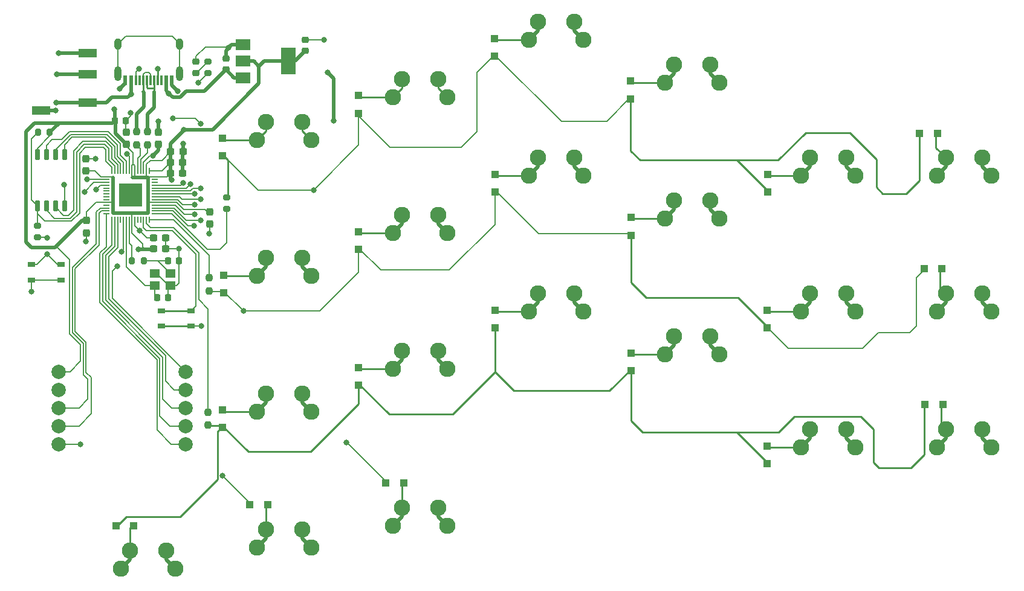
<source format=gbr>
%TF.GenerationSoftware,KiCad,Pcbnew,(6.0.4)*%
%TF.CreationDate,2022-05-02T18:01:09+08:00*%
%TF.ProjectId,RP2040 Board V1.0,52503230-3430-4204-926f-617264205631,rev?*%
%TF.SameCoordinates,Original*%
%TF.FileFunction,Copper,L1,Top*%
%TF.FilePolarity,Positive*%
%FSLAX46Y46*%
G04 Gerber Fmt 4.6, Leading zero omitted, Abs format (unit mm)*
G04 Created by KiCad (PCBNEW (6.0.4)) date 2022-05-02 18:01:09*
%MOMM*%
%LPD*%
G01*
G04 APERTURE LIST*
G04 Aperture macros list*
%AMRoundRect*
0 Rectangle with rounded corners*
0 $1 Rounding radius*
0 $2 $3 $4 $5 $6 $7 $8 $9 X,Y pos of 4 corners*
0 Add a 4 corners polygon primitive as box body*
4,1,4,$2,$3,$4,$5,$6,$7,$8,$9,$2,$3,0*
0 Add four circle primitives for the rounded corners*
1,1,$1+$1,$2,$3*
1,1,$1+$1,$4,$5*
1,1,$1+$1,$6,$7*
1,1,$1+$1,$8,$9*
0 Add four rect primitives between the rounded corners*
20,1,$1+$1,$2,$3,$4,$5,0*
20,1,$1+$1,$4,$5,$6,$7,0*
20,1,$1+$1,$6,$7,$8,$9,0*
20,1,$1+$1,$8,$9,$2,$3,0*%
G04 Aperture macros list end*
%TA.AperFunction,SMDPad,CuDef*%
%ADD10R,1.000000X1.000000*%
%TD*%
%TA.AperFunction,SMDPad,CuDef*%
%ADD11RoundRect,0.225000X-0.225000X-0.250000X0.225000X-0.250000X0.225000X0.250000X-0.225000X0.250000X0*%
%TD*%
%TA.AperFunction,SMDPad,CuDef*%
%ADD12R,0.812800X0.177800*%
%TD*%
%TA.AperFunction,SMDPad,CuDef*%
%ADD13R,0.177800X0.812800*%
%TD*%
%TA.AperFunction,SMDPad,CuDef*%
%ADD14R,3.200400X3.200400*%
%TD*%
%TA.AperFunction,ComponentPad*%
%ADD15C,2.286000*%
%TD*%
%TA.AperFunction,SMDPad,CuDef*%
%ADD16RoundRect,0.200000X-0.275000X0.200000X-0.275000X-0.200000X0.275000X-0.200000X0.275000X0.200000X0*%
%TD*%
%TA.AperFunction,SMDPad,CuDef*%
%ADD17RoundRect,0.237500X0.237500X-0.250000X0.237500X0.250000X-0.237500X0.250000X-0.237500X-0.250000X0*%
%TD*%
%TA.AperFunction,SMDPad,CuDef*%
%ADD18RoundRect,0.200000X-0.200000X-0.275000X0.200000X-0.275000X0.200000X0.275000X-0.200000X0.275000X0*%
%TD*%
%TA.AperFunction,SMDPad,CuDef*%
%ADD19RoundRect,0.237500X-0.237500X0.250000X-0.237500X-0.250000X0.237500X-0.250000X0.237500X0.250000X0*%
%TD*%
%TA.AperFunction,ComponentPad*%
%ADD20C,2.000000*%
%TD*%
%TA.AperFunction,SMDPad,CuDef*%
%ADD21RoundRect,0.237500X-0.237500X0.300000X-0.237500X-0.300000X0.237500X-0.300000X0.237500X0.300000X0*%
%TD*%
%TA.AperFunction,SMDPad,CuDef*%
%ADD22RoundRect,0.218750X-0.256250X0.218750X-0.256250X-0.218750X0.256250X-0.218750X0.256250X0.218750X0*%
%TD*%
%TA.AperFunction,SMDPad,CuDef*%
%ADD23R,1.050000X0.650000*%
%TD*%
%TA.AperFunction,SMDPad,CuDef*%
%ADD24RoundRect,0.200000X0.275000X-0.200000X0.275000X0.200000X-0.275000X0.200000X-0.275000X-0.200000X0*%
%TD*%
%TA.AperFunction,SMDPad,CuDef*%
%ADD25RoundRect,0.237500X-0.300000X-0.237500X0.300000X-0.237500X0.300000X0.237500X-0.300000X0.237500X0*%
%TD*%
%TA.AperFunction,SMDPad,CuDef*%
%ADD26RoundRect,0.237500X0.237500X-0.300000X0.237500X0.300000X-0.237500X0.300000X-0.237500X-0.300000X0*%
%TD*%
%TA.AperFunction,SMDPad,CuDef*%
%ADD27R,1.400000X1.200000*%
%TD*%
%TA.AperFunction,SMDPad,CuDef*%
%ADD28RoundRect,0.225000X0.250000X-0.225000X0.250000X0.225000X-0.250000X0.225000X-0.250000X-0.225000X0*%
%TD*%
%TA.AperFunction,SMDPad,CuDef*%
%ADD29RoundRect,0.150000X0.150000X-0.650000X0.150000X0.650000X-0.150000X0.650000X-0.150000X-0.650000X0*%
%TD*%
%TA.AperFunction,SMDPad,CuDef*%
%ADD30R,2.000000X1.500000*%
%TD*%
%TA.AperFunction,SMDPad,CuDef*%
%ADD31R,2.000000X3.800000*%
%TD*%
%TA.AperFunction,SMDPad,CuDef*%
%ADD32R,2.500000X1.200000*%
%TD*%
%TA.AperFunction,SMDPad,CuDef*%
%ADD33R,0.600000X1.450000*%
%TD*%
%TA.AperFunction,SMDPad,CuDef*%
%ADD34R,0.300000X1.450000*%
%TD*%
%TA.AperFunction,ComponentPad*%
%ADD35O,1.000000X1.600000*%
%TD*%
%TA.AperFunction,ComponentPad*%
%ADD36O,1.000000X2.100000*%
%TD*%
%TA.AperFunction,ViaPad*%
%ADD37C,0.800000*%
%TD*%
%TA.AperFunction,Conductor*%
%ADD38C,0.500000*%
%TD*%
%TA.AperFunction,Conductor*%
%ADD39C,0.200000*%
%TD*%
%TA.AperFunction,Conductor*%
%ADD40C,0.250000*%
%TD*%
G04 APERTURE END LIST*
D10*
%TO.P,D2,1,K*%
%TO.N,Net-(D11-Pad1)*%
X28325000Y-146500000D03*
%TO.P,D2,2,A*%
%TO.N,Net-(D2-Pad2)*%
X30825000Y-146500000D03*
%TD*%
D11*
%TO.P,C3,1*%
%TO.N,+3V3*%
X28175000Y-89725000D03*
%TO.P,C3,2*%
%TO.N,GND*%
X29725000Y-89725000D03*
%TD*%
D12*
%TO.P,U3,1,IOVDD*%
%TO.N,+3V3*%
X26996400Y-97575000D03*
%TO.P,U3,2,GPIO0*%
%TO.N,LED*%
X26996400Y-97974999D03*
%TO.P,U3,3,GPIO1*%
%TO.N,Net-(U3-Pad3)*%
X26996400Y-98375001D03*
%TO.P,U3,4,GPIO2*%
%TO.N,Net-(J2-PadR2)*%
X26996400Y-98775000D03*
%TO.P,U3,5,GPIO3*%
%TO.N,unconnected-(U3-Pad5)*%
X26996400Y-99174999D03*
%TO.P,U3,6,GPIO4*%
%TO.N,unconnected-(U3-Pad6)*%
X26996400Y-99575001D03*
%TO.P,U3,7,GPIO5*%
%TO.N,unconnected-(U3-Pad7)*%
X26996400Y-99975000D03*
%TO.P,U3,8,GPIO6*%
%TO.N,unconnected-(U3-Pad8)*%
X26996400Y-100375000D03*
%TO.P,U3,9,GPIO7*%
%TO.N,unconnected-(U3-Pad9)*%
X26996400Y-100774999D03*
%TO.P,U3,10,IOVDD*%
%TO.N,+3V3*%
X26996400Y-101175001D03*
%TO.P,U3,11,GPIO8*%
%TO.N,unconnected-(U3-Pad11)*%
X26996400Y-101575000D03*
%TO.P,U3,12,GPIO9*%
%TO.N,Net-(J5-Pad3)*%
X26996400Y-101974999D03*
%TO.P,U3,13,GPIO10*%
%TO.N,Net-(J5-Pad4)*%
X26996400Y-102375001D03*
%TO.P,U3,14,GPIO11*%
%TO.N,Net-(J4-Pad5)*%
X26996400Y-102775000D03*
D13*
%TO.P,U3,15,GPIO12*%
%TO.N,Net-(J4-Pad4)*%
X27800000Y-103578600D03*
%TO.P,U3,16,GPIO13*%
%TO.N,Net-(J4-Pad3)*%
X28199999Y-103578600D03*
%TO.P,U3,17,GPIO14*%
%TO.N,Net-(J4-Pad2)*%
X28600001Y-103578600D03*
%TO.P,U3,18,GPIO15*%
%TO.N,unconnected-(U3-Pad18)*%
X29000000Y-103578600D03*
%TO.P,U3,19,TESTEN*%
%TO.N,GND*%
X29399999Y-103578600D03*
%TO.P,U3,20,XIN*%
%TO.N,Net-(C4-Pad1)*%
X29800001Y-103578600D03*
%TO.P,U3,21,XOUT*%
%TO.N,Net-(R6-Pad1)*%
X30200000Y-103578600D03*
%TO.P,U3,22,IOVDD*%
%TO.N,+3V3*%
X30600000Y-103578600D03*
%TO.P,U3,23,DVDD*%
%TO.N,+1V1*%
X30999999Y-103578600D03*
%TO.P,U3,24,SWCLK*%
%TO.N,unconnected-(U3-Pad24)*%
X31400001Y-103578600D03*
%TO.P,U3,25,SWD*%
%TO.N,unconnected-(U3-Pad25)*%
X31800000Y-103578600D03*
%TO.P,U3,26,RUN*%
%TO.N,Net-(SW2-Pad2)*%
X32199999Y-103578600D03*
%TO.P,U3,27,GPIO16*%
%TO.N,Row 0*%
X32600001Y-103578600D03*
%TO.P,U3,28,GPIO17*%
%TO.N,Row 1*%
X33000000Y-103578600D03*
D12*
%TO.P,U3,29,GPIO18*%
%TO.N,Row 2*%
X33803600Y-102775000D03*
%TO.P,U3,30,GPIO19*%
%TO.N,Col 0*%
X33803600Y-102375001D03*
%TO.P,U3,31,GPIO20*%
%TO.N,Col 1*%
X33803600Y-101974999D03*
%TO.P,U3,32,GPIO21*%
%TO.N,Col 2*%
X33803600Y-101575000D03*
%TO.P,U3,33,IOVDD*%
%TO.N,+3V3*%
X33803600Y-101175001D03*
%TO.P,U3,34,GPIO22*%
%TO.N,Col 3*%
X33803600Y-100774999D03*
%TO.P,U3,35,GPIO23*%
%TO.N,Col 4*%
X33803600Y-100375000D03*
%TO.P,U3,36,GPIO24*%
%TO.N,Col 5*%
X33803600Y-99975000D03*
%TO.P,U3,37,GPIO25*%
%TO.N,Col 6*%
X33803600Y-99575001D03*
%TO.P,U3,38,GPIO26_ADC0*%
%TO.N,Net-(J4-Pad1)*%
X33803600Y-99174999D03*
%TO.P,U3,39,GPIO27_ADC1*%
%TO.N,Net-(J5-Pad5)*%
X33803600Y-98775000D03*
%TO.P,U3,40,GPIO28_ADC2*%
%TO.N,unconnected-(U3-Pad40)*%
X33803600Y-98375001D03*
%TO.P,U3,41,GPIO29_ADC3*%
%TO.N,unconnected-(U3-Pad41)*%
X33803600Y-97974999D03*
%TO.P,U3,42,IOVDD*%
%TO.N,+3V3*%
X33803600Y-97575000D03*
D13*
%TO.P,U3,43,ADC_AVDD*%
X33000000Y-96771400D03*
%TO.P,U3,44,VREG_IN*%
X32600001Y-96771400D03*
%TO.P,U3,45,VREG_VOUT*%
%TO.N,+1V1*%
X32199999Y-96771400D03*
%TO.P,U3,46,USB_DM*%
%TO.N,Net-(R8-Pad1)*%
X31800000Y-96771400D03*
%TO.P,U3,47,USB_DP*%
%TO.N,Net-(R7-Pad1)*%
X31400001Y-96771400D03*
%TO.P,U3,48,USB_VDD*%
%TO.N,+3V3*%
X30999999Y-96771400D03*
%TO.P,U3,49,IOVDD*%
X30600000Y-96771400D03*
%TO.P,U3,50,DVDD*%
%TO.N,+1V1*%
X30200000Y-96771400D03*
%TO.P,U3,51,QSPI_SD3*%
%TO.N,/QSPISD3*%
X29800001Y-96771400D03*
%TO.P,U3,52,QSPI_SCLK*%
%TO.N,/QSPICLK*%
X29399999Y-96771400D03*
%TO.P,U3,53,QSPI_SD0*%
%TO.N,/QSPISD0*%
X29000000Y-96771400D03*
%TO.P,U3,54,QSPI_SD2*%
%TO.N,/QSPISD2*%
X28600001Y-96771400D03*
%TO.P,U3,55,QSPI_SD1*%
%TO.N,/SQPISD1*%
X28199999Y-96771400D03*
%TO.P,U3,56,QSPI_SS*%
%TO.N,/QSPISS*%
X27800000Y-96771400D03*
D14*
%TO.P,U3,57,GND*%
%TO.N,GND*%
X30400000Y-100175000D03*
%TD*%
D15*
%TO.P,Sw14,1,NE*%
%TO.N,Net-(D15-Pad2)*%
X105240000Y-103460000D03*
X106510000Y-100920000D03*
%TO.P,Sw14,2,NW*%
%TO.N,Col 4*%
X111590000Y-100920000D03*
X112860000Y-103460000D03*
%TD*%
%TO.P,Sw7,1,NE*%
%TO.N,Net-(D8-Pad2)*%
X68410000Y-121970000D03*
X67140000Y-124510000D03*
%TO.P,Sw7,2,SW*%
%TO.N,Col 2*%
X74760000Y-124510000D03*
X73490000Y-121970000D03*
%TD*%
D16*
%TO.P,R3,1*%
%TO.N,Net-(D1-Pad2)*%
X41225000Y-81400000D03*
%TO.P,R3,2*%
%TO.N,LED*%
X41225000Y-83050000D03*
%TD*%
D11*
%TO.P,C4,1*%
%TO.N,Net-(C4-Pad1)*%
X34125000Y-114525000D03*
%TO.P,C4,2*%
%TO.N,GND*%
X35675000Y-114525000D03*
%TD*%
D10*
%TO.P,D3,1,K*%
%TO.N,Net-(D12-Pad1)*%
X47075000Y-143550000D03*
%TO.P,D3,2,A*%
%TO.N,Net-(D3-Pad2)*%
X49575000Y-143550000D03*
%TD*%
D15*
%TO.P,Sw3,1,NE*%
%TO.N,Net-(D4-Pad2)*%
X68410000Y-144020000D03*
X67140000Y-146560000D03*
%TO.P,Sw3,2,NW*%
%TO.N,Col 0*%
X74760000Y-146560000D03*
X73490000Y-144020000D03*
%TD*%
D17*
%TO.P,R7,1*%
%TO.N,Net-(R7-Pad1)*%
X31250000Y-93112500D03*
%TO.P,R7,2*%
%TO.N,Data+*%
X31250000Y-91287500D03*
%TD*%
D10*
%TO.P,D8,1,K*%
%TO.N,Net-(D11-Pad1)*%
X62350000Y-126825000D03*
%TO.P,D8,2,A*%
%TO.N,Net-(D8-Pad2)*%
X62350000Y-124325000D03*
%TD*%
D18*
%TO.P,R6,1*%
%TO.N,Net-(R6-Pad1)*%
X30600000Y-109325000D03*
%TO.P,R6,2*%
%TO.N,Net-(C5-Pad1)*%
X32250000Y-109325000D03*
%TD*%
D15*
%TO.P,Sw6,1,NE*%
%TO.N,Net-(D7-Pad2)*%
X49360000Y-89870000D03*
X48090000Y-92410000D03*
%TO.P,Sw6,2,NW*%
%TO.N,Col 1*%
X54440000Y-89870000D03*
X55710000Y-92410000D03*
%TD*%
%TO.P,Sw12,1,NE*%
%TO.N,Net-(D13-Pad2)*%
X87460000Y-75870000D03*
X86190000Y-78410000D03*
%TO.P,Sw12,2,NW*%
%TO.N,Col 3*%
X93810000Y-78410000D03*
X92540000Y-75870000D03*
%TD*%
%TO.P,Sw17,1,NE*%
%TO.N,Net-(D18-Pad2)*%
X124290000Y-116510000D03*
X125560000Y-113970000D03*
%TO.P,Sw17,2,NW*%
%TO.N,Col 5*%
X131910000Y-116510000D03*
X130640000Y-113970000D03*
%TD*%
D19*
%TO.P,R10,1*%
%TO.N,Row 1*%
X41375000Y-111737500D03*
%TO.P,R10,2*%
%TO.N,Net-(D12-Pad1)*%
X41375000Y-113562500D03*
%TD*%
D10*
%TO.P,D9,1,K*%
%TO.N,Net-(D12-Pad1)*%
X62350000Y-107775000D03*
%TO.P,D9,2,A*%
%TO.N,Net-(D9-Pad2)*%
X62350000Y-105275000D03*
%TD*%
%TO.P,D12,1,K*%
%TO.N,Net-(D12-Pad1)*%
X81450000Y-99725000D03*
%TO.P,D12,2,A*%
%TO.N,Net-(D12-Pad2)*%
X81450000Y-97225000D03*
%TD*%
D15*
%TO.P,Sw8,1,NE*%
%TO.N,Net-(D9-Pad2)*%
X67140000Y-105460000D03*
X68410000Y-102920000D03*
%TO.P,Sw8,2,NW*%
%TO.N,Col 2*%
X73490000Y-102920000D03*
X74760000Y-105460000D03*
%TD*%
%TO.P,Sw9,1,NE*%
%TO.N,Net-(D10-Pad2)*%
X68410000Y-83870000D03*
X67140000Y-86410000D03*
%TO.P,Sw9,2,NW*%
%TO.N,Col 2*%
X73490000Y-83870000D03*
X74760000Y-86410000D03*
%TD*%
%TO.P,Sw20,1,NE*%
%TO.N,Net-(D21-Pad2)*%
X143340000Y-116510000D03*
X144610000Y-113970000D03*
%TO.P,Sw20,2,SW*%
%TO.N,Col 6*%
X150960000Y-116510000D03*
X149690000Y-113970000D03*
%TD*%
D20*
%TO.P,J4,1,Pin_1*%
%TO.N,Net-(J4-Pad1)*%
X38100000Y-124920000D03*
%TO.P,J4,2,Pin_2*%
%TO.N,Net-(J4-Pad2)*%
X38100000Y-127460000D03*
%TO.P,J4,3,Pin_3*%
%TO.N,Net-(J4-Pad3)*%
X38100000Y-130000000D03*
%TO.P,J4,4,Pin_4*%
%TO.N,Net-(J4-Pad4)*%
X38100000Y-132540000D03*
%TO.P,J4,5,Pin_5*%
%TO.N,Net-(J4-Pad5)*%
X38100000Y-135080000D03*
%TD*%
D15*
%TO.P,Sw21,1,NE*%
%TO.N,Net-(D22-Pad2)*%
X143340000Y-97460000D03*
X144610000Y-94920000D03*
%TO.P,Sw21,2,NW*%
%TO.N,Col 6*%
X150960000Y-97460000D03*
X149690000Y-94920000D03*
%TD*%
D21*
%TO.P,C13,1*%
%TO.N,+3V3*%
X24225000Y-103725000D03*
%TO.P,C13,2*%
%TO.N,GND*%
X24225000Y-105450000D03*
%TD*%
D22*
%TO.P,D1,1,K*%
%TO.N,GND*%
X39575000Y-81450000D03*
%TO.P,D1,2,A*%
%TO.N,Net-(D1-Pad2)*%
X39575000Y-83025000D03*
%TD*%
D17*
%TO.P,R8,1*%
%TO.N,Net-(R8-Pad1)*%
X32750000Y-93112500D03*
%TO.P,R8,2*%
%TO.N,Data-*%
X32750000Y-91287500D03*
%TD*%
D23*
%TO.P,SW2,1,A*%
%TO.N,GND*%
X34725000Y-118525000D03*
X38875000Y-118525000D03*
%TO.P,SW2,2,B*%
%TO.N,Net-(SW2-Pad2)*%
X34725000Y-116375000D03*
X38875000Y-116375000D03*
%TD*%
D10*
%TO.P,D21,1,K*%
%TO.N,Net-(D12-Pad1)*%
X141523400Y-110439200D03*
%TO.P,D21,2,A*%
%TO.N,Net-(D21-Pad2)*%
X144023400Y-110439200D03*
%TD*%
D24*
%TO.P,R11,1*%
%TO.N,Row 2*%
X43850000Y-102125000D03*
%TO.P,R11,2*%
%TO.N,Net-(D10-Pad1)*%
X43850000Y-100475000D03*
%TD*%
D15*
%TO.P,Sw11,1,NE*%
%TO.N,Net-(D12-Pad2)*%
X86190000Y-97460000D03*
X87460000Y-94920000D03*
%TO.P,Sw11,2,NW*%
%TO.N,Col 3*%
X92540000Y-94920000D03*
X93810000Y-97460000D03*
%TD*%
D10*
%TO.P,D4,1,K*%
%TO.N,Net-(D10-Pad1)*%
X66150000Y-140525000D03*
%TO.P,D4,2,A*%
%TO.N,Net-(D4-Pad2)*%
X68650000Y-140525000D03*
%TD*%
%TO.P,D10,1,K*%
%TO.N,Net-(D10-Pad1)*%
X62350000Y-88700000D03*
%TO.P,D10,2,A*%
%TO.N,Net-(D10-Pad2)*%
X62350000Y-86200000D03*
%TD*%
D23*
%TO.P,SW1,1,A*%
%TO.N,GND*%
X16525000Y-112050000D03*
X20675000Y-112050000D03*
%TO.P,SW1,2,B*%
%TO.N,Net-(R4-Pad2)*%
X16525000Y-109900000D03*
X20675000Y-109900000D03*
%TD*%
D25*
%TO.P,C16,1*%
%TO.N,+3V3*%
X36012500Y-94050000D03*
%TO.P,C16,2*%
%TO.N,GND*%
X37737500Y-94050000D03*
%TD*%
D18*
%TO.P,R5,1*%
%TO.N,/QSPISS*%
X17425000Y-91350000D03*
%TO.P,R5,2*%
%TO.N,+3V3*%
X19075000Y-91350000D03*
%TD*%
D10*
%TO.P,D14,1,K*%
%TO.N,Net-(D11-Pad1)*%
X100475000Y-124800000D03*
%TO.P,D14,2,A*%
%TO.N,Net-(D14-Pad2)*%
X100475000Y-122300000D03*
%TD*%
D15*
%TO.P,Sw2,1,NE*%
%TO.N,Net-(D3-Pad2)*%
X49360000Y-147020000D03*
X48090000Y-149560000D03*
%TO.P,Sw2,2,SW*%
%TO.N,Col 0*%
X55710000Y-149560000D03*
X54440000Y-147020000D03*
%TD*%
%TO.P,Sw1,1,NE*%
%TO.N,Net-(D2-Pad2)*%
X30310000Y-150020000D03*
X29040000Y-152560000D03*
%TO.P,Sw1,2,SW*%
%TO.N,Col 0*%
X35390000Y-150020000D03*
X36660000Y-152560000D03*
%TD*%
D10*
%TO.P,D16,1,K*%
%TO.N,Net-(D10-Pad1)*%
X100450000Y-86675000D03*
%TO.P,D16,2,A*%
%TO.N,Net-(D16-Pad2)*%
X100450000Y-84175000D03*
%TD*%
%TO.P,D11,1,K*%
%TO.N,Net-(D11-Pad1)*%
X81450000Y-118800000D03*
%TO.P,D11,2,A*%
%TO.N,Net-(D11-Pad2)*%
X81450000Y-116300000D03*
%TD*%
D19*
%TO.P,R9,1*%
%TO.N,Row 0*%
X41275000Y-130587500D03*
%TO.P,R9,2*%
%TO.N,Net-(D11-Pad1)*%
X41275000Y-132412500D03*
%TD*%
D10*
%TO.P,D17,1,K*%
%TO.N,Net-(D11-Pad1)*%
X119525000Y-137850000D03*
%TO.P,D17,2,A*%
%TO.N,Net-(D17-Pad2)*%
X119525000Y-135350000D03*
%TD*%
%TO.P,D18,1,K*%
%TO.N,Net-(D12-Pad1)*%
X119550000Y-118800000D03*
%TO.P,D18,2,A*%
%TO.N,Net-(D18-Pad2)*%
X119550000Y-116300000D03*
%TD*%
%TO.P,D13,1,K*%
%TO.N,Net-(D10-Pad1)*%
X81400000Y-80700000D03*
%TO.P,D13,2,A*%
%TO.N,Net-(D13-Pad2)*%
X81400000Y-78200000D03*
%TD*%
%TO.P,D15,1,K*%
%TO.N,Net-(D12-Pad1)*%
X100500000Y-105800000D03*
%TO.P,D15,2,A*%
%TO.N,Net-(D15-Pad2)*%
X100500000Y-103300000D03*
%TD*%
D26*
%TO.P,C14,1*%
%TO.N,+3V3*%
X24170000Y-96752500D03*
%TO.P,C14,2*%
%TO.N,GND*%
X24170000Y-95027500D03*
%TD*%
D11*
%TO.P,C5,1*%
%TO.N,Net-(C5-Pad1)*%
X35650000Y-109325000D03*
%TO.P,C5,2*%
%TO.N,GND*%
X37200000Y-109325000D03*
%TD*%
D15*
%TO.P,Sw4,1,NE*%
%TO.N,Net-(D5-Pad2)*%
X49360000Y-127970000D03*
X48090000Y-130510000D03*
%TO.P,Sw4,2,SW*%
%TO.N,Col 1*%
X54440000Y-127970000D03*
X55710000Y-130510000D03*
%TD*%
D16*
%TO.P,R4,1*%
%TO.N,/QSPISS*%
X17350000Y-104450000D03*
%TO.P,R4,2*%
%TO.N,Net-(R4-Pad2)*%
X17350000Y-106100000D03*
%TD*%
D27*
%TO.P,Y1,1,1*%
%TO.N,Net-(C4-Pad1)*%
X33825000Y-112875000D03*
%TO.P,Y1,2,2*%
%TO.N,GND*%
X36025000Y-112875000D03*
%TO.P,Y1,3,3*%
%TO.N,Net-(C5-Pad1)*%
X36025000Y-111175000D03*
%TO.P,Y1,4,4*%
%TO.N,GND*%
X33825000Y-111175000D03*
%TD*%
D15*
%TO.P,Sw13,1,NE*%
%TO.N,Net-(D14-Pad2)*%
X106510000Y-119970000D03*
X105240000Y-122510000D03*
%TO.P,Sw13,2,NW*%
%TO.N,Col 4*%
X112860000Y-122510000D03*
X111590000Y-119970000D03*
%TD*%
D10*
%TO.P,D22,1,K*%
%TO.N,Net-(D10-Pad1)*%
X140913800Y-91490800D03*
%TO.P,D22,2,A*%
%TO.N,Net-(D22-Pad2)*%
X143413800Y-91490800D03*
%TD*%
D15*
%TO.P,Sw19,1,NE*%
%TO.N,Net-(D20-Pad2)*%
X143340000Y-135560000D03*
X144610000Y-133020000D03*
%TO.P,Sw19,2,SW*%
%TO.N,Col 6*%
X149690000Y-133020000D03*
X150960000Y-135560000D03*
%TD*%
D26*
%TO.P,C6,1*%
%TO.N,+1V1*%
X34275000Y-93062500D03*
%TO.P,C6,2*%
%TO.N,GND*%
X34275000Y-91337500D03*
%TD*%
D28*
%TO.P,C2,1*%
%TO.N,+3V3*%
X54875000Y-79900000D03*
%TO.P,C2,2*%
%TO.N,GND*%
X54875000Y-78350000D03*
%TD*%
D25*
%TO.P,C12,1*%
%TO.N,+3V3*%
X33612500Y-107700000D03*
%TO.P,C12,2*%
%TO.N,GND*%
X35337500Y-107700000D03*
%TD*%
D21*
%TO.P,C11,1*%
%TO.N,+3V3*%
X41450000Y-102512500D03*
%TO.P,C11,2*%
%TO.N,GND*%
X41450000Y-104237500D03*
%TD*%
D15*
%TO.P,Sw15,1,NE*%
%TO.N,Net-(D16-Pad2)*%
X105240000Y-84410000D03*
X106510000Y-81870000D03*
%TO.P,Sw15,2,NW*%
%TO.N,Col 4*%
X111590000Y-81870000D03*
X112860000Y-84410000D03*
%TD*%
D20*
%TO.P,J5,1,Pin_1*%
%TO.N,+3V3*%
X20320000Y-124920000D03*
%TO.P,J5,2,Pin_2*%
%TO.N,GND*%
X20320000Y-127460000D03*
%TO.P,J5,3,Pin_3*%
%TO.N,Net-(J5-Pad3)*%
X20320000Y-130000000D03*
%TO.P,J5,4,Pin_4*%
%TO.N,Net-(J5-Pad4)*%
X20320000Y-132540000D03*
%TO.P,J5,5,Pin_5*%
%TO.N,Net-(J5-Pad5)*%
X20320000Y-135080000D03*
%TD*%
D10*
%TO.P,D20,1,K*%
%TO.N,Net-(D11-Pad1)*%
X141650400Y-129514600D03*
%TO.P,D20,2,A*%
%TO.N,Net-(D20-Pad2)*%
X144150400Y-129514600D03*
%TD*%
D29*
%TO.P,U2,1,~{CS}*%
%TO.N,/QSPISS*%
X17320000Y-101675000D03*
%TO.P,U2,2,DO(IO1)*%
%TO.N,/SQPISD1*%
X18590000Y-101675000D03*
%TO.P,U2,3,IO2*%
%TO.N,/QSPISD2*%
X19860000Y-101675000D03*
%TO.P,U2,4,GND*%
%TO.N,GND*%
X21130000Y-101675000D03*
%TO.P,U2,5,DI(IO0)*%
%TO.N,/QSPISD0*%
X21130000Y-94475000D03*
%TO.P,U2,6,CLK*%
%TO.N,/QSPICLK*%
X19860000Y-94475000D03*
%TO.P,U2,7,IO3*%
%TO.N,/QSPISD3*%
X18590000Y-94475000D03*
%TO.P,U2,8,VCC*%
%TO.N,+3V3*%
X17320000Y-94475000D03*
%TD*%
D25*
%TO.P,C15,1*%
%TO.N,+3V3*%
X35987500Y-95575000D03*
%TO.P,C15,2*%
%TO.N,GND*%
X37712500Y-95575000D03*
%TD*%
D30*
%TO.P,U1,1,GND*%
%TO.N,GND*%
X46175000Y-79075000D03*
D31*
%TO.P,U1,2,VO*%
%TO.N,+3V3*%
X52475000Y-81375000D03*
D30*
X46175000Y-81375000D03*
%TO.P,U1,3,VI*%
%TO.N,VBUS*%
X46175000Y-83675000D03*
%TD*%
D32*
%TO.P,J2,R1*%
%TO.N,Net-(U3-Pad3)*%
X24350000Y-83200000D03*
%TO.P,J2,R2*%
%TO.N,Net-(J2-PadR2)*%
X24350000Y-80200000D03*
%TO.P,J2,S*%
%TO.N,GND*%
X17850000Y-88300000D03*
%TO.P,J2,T*%
%TO.N,VBUS*%
X24350000Y-87200000D03*
%TD*%
D15*
%TO.P,Sw10,1,NE*%
%TO.N,Net-(D11-Pad2)*%
X87460000Y-113970000D03*
X86190000Y-116510000D03*
%TO.P,Sw10,2,SW*%
%TO.N,Col 3*%
X92540000Y-113970000D03*
X93810000Y-116510000D03*
%TD*%
%TO.P,Sw5,1,NE*%
%TO.N,Net-(D6-Pad2)*%
X48090000Y-111460000D03*
X49360000Y-108920000D03*
%TO.P,Sw5,2,NW*%
%TO.N,Col 1*%
X54440000Y-108920000D03*
X55710000Y-111460000D03*
%TD*%
D10*
%TO.P,D6,1,K*%
%TO.N,Net-(D12-Pad1)*%
X43450000Y-113875000D03*
%TO.P,D6,2,A*%
%TO.N,Net-(D6-Pad2)*%
X43450000Y-111375000D03*
%TD*%
D15*
%TO.P,Sw18,1,NE*%
%TO.N,Net-(D19-Pad2)*%
X124290000Y-97460000D03*
X125560000Y-94920000D03*
%TO.P,Sw18,2,NW*%
%TO.N,Col 5*%
X130640000Y-94920000D03*
X131910000Y-97460000D03*
%TD*%
D10*
%TO.P,D5,1,K*%
%TO.N,Net-(D11-Pad1)*%
X43300000Y-132775000D03*
%TO.P,D5,2,A*%
%TO.N,Net-(D5-Pad2)*%
X43300000Y-130275000D03*
%TD*%
D26*
%TO.P,C9,1*%
%TO.N,+3V3*%
X29775000Y-93062500D03*
%TO.P,C9,2*%
%TO.N,GND*%
X29775000Y-91337500D03*
%TD*%
D33*
%TO.P,J1,A1,GND*%
%TO.N,GND*%
X36175000Y-84035000D03*
%TO.P,J1,A4,VBUS*%
%TO.N,VBUS*%
X35375000Y-84035000D03*
D34*
%TO.P,J1,A5,CC1*%
%TO.N,Net-(J1-PadA5)*%
X34175000Y-84035000D03*
%TO.P,J1,A6,D+*%
%TO.N,Data+*%
X33175000Y-84035000D03*
%TO.P,J1,A7,D-*%
%TO.N,Data-*%
X32675000Y-84035000D03*
%TO.P,J1,A8,SBU1*%
%TO.N,unconnected-(J1-PadA8)*%
X31675000Y-84035000D03*
D33*
%TO.P,J1,A9,VBUS*%
%TO.N,VBUS*%
X30475000Y-84035000D03*
%TO.P,J1,A12,GND*%
%TO.N,GND*%
X29675000Y-84035000D03*
%TO.P,J1,B1,GND*%
X29675000Y-84035000D03*
%TO.P,J1,B4,VBUS*%
%TO.N,VBUS*%
X30475000Y-84035000D03*
D34*
%TO.P,J1,B5,CC2*%
%TO.N,Net-(J1-PadB5)*%
X31175000Y-84035000D03*
%TO.P,J1,B6,D+*%
%TO.N,Data+*%
X32175000Y-84035000D03*
%TO.P,J1,B7,D-*%
%TO.N,Data-*%
X33675000Y-84035000D03*
%TO.P,J1,B8,SBU2*%
%TO.N,unconnected-(J1-PadB8)*%
X34675000Y-84035000D03*
D33*
%TO.P,J1,B9,VBUS*%
%TO.N,VBUS*%
X35375000Y-84035000D03*
%TO.P,J1,B12,GND*%
%TO.N,GND*%
X36175000Y-84035000D03*
D35*
%TO.P,J1,S1,SHIELD*%
%TO.N,unconnected-(J1-PadS1)*%
X37245000Y-78940000D03*
X28605000Y-78940000D03*
D36*
X28605000Y-83120000D03*
X37245000Y-83120000D03*
%TD*%
D10*
%TO.P,D19,1,K*%
%TO.N,Net-(D10-Pad1)*%
X119600000Y-99750000D03*
%TO.P,D19,2,A*%
%TO.N,Net-(D19-Pad2)*%
X119600000Y-97250000D03*
%TD*%
%TO.P,D7,1,K*%
%TO.N,Net-(D10-Pad1)*%
X43250000Y-94675000D03*
%TO.P,D7,2,A*%
%TO.N,Net-(D7-Pad2)*%
X43250000Y-92175000D03*
%TD*%
D28*
%TO.P,C1,1*%
%TO.N,VBUS*%
X43750000Y-82550000D03*
%TO.P,C1,2*%
%TO.N,GND*%
X43750000Y-81000000D03*
%TD*%
D15*
%TO.P,Sw16,1,NE*%
%TO.N,Net-(D17-Pad2)*%
X124290000Y-135560000D03*
X125560000Y-133020000D03*
%TO.P,Sw16,2,SW*%
%TO.N,Col 5*%
X131910000Y-135560000D03*
X130640000Y-133020000D03*
%TD*%
D25*
%TO.P,C10,1*%
%TO.N,+3V3*%
X35975000Y-97075000D03*
%TO.P,C10,2*%
%TO.N,GND*%
X37700000Y-97075000D03*
%TD*%
%TO.P,C8,1*%
%TO.N,+1V1*%
X33612500Y-106175000D03*
%TO.P,C8,2*%
%TO.N,GND*%
X35337500Y-106175000D03*
%TD*%
D37*
%TO.N,VBUS*%
X35768000Y-85898000D03*
X30475000Y-85975000D03*
X20000000Y-87200000D03*
%TO.N,GND*%
X36347400Y-89382600D03*
X16500000Y-113675000D03*
X37750000Y-92925000D03*
X30420785Y-88590464D03*
X19900000Y-88325000D03*
X29225000Y-100225000D03*
X31575000Y-99000000D03*
X30400000Y-99000000D03*
X40325000Y-118525000D03*
X31575000Y-100225000D03*
X29100501Y-108075000D03*
X40182800Y-90119200D03*
X28850000Y-85275000D03*
X41425000Y-105525000D03*
X30375000Y-100200000D03*
X37030000Y-85600500D03*
X25470000Y-95050000D03*
X58013600Y-82931000D03*
X58851800Y-89738200D03*
X30400000Y-101350000D03*
X24150000Y-106675000D03*
X21100000Y-98700000D03*
X57500000Y-78350000D03*
X29225000Y-99000000D03*
X31575000Y-101350000D03*
X37200000Y-107700000D03*
X29225000Y-101350000D03*
X44125000Y-79500000D03*
X34290000Y-89789000D03*
%TO.N,+3V3*%
X31500000Y-107750000D03*
X37875000Y-90975000D03*
X36125000Y-98000000D03*
X28150000Y-88150000D03*
%TO.N,+1V1*%
X29875000Y-94375000D03*
X31653782Y-105136975D03*
X33518185Y-94600500D03*
%TO.N,Net-(D12-Pad1)*%
X43275000Y-139500000D03*
X46225000Y-116425000D03*
%TO.N,Net-(D10-Pad1)*%
X56025000Y-99450000D03*
X60625000Y-134825000D03*
%TO.N,Net-(J1-PadA5)*%
X34172989Y-82412989D03*
%TO.N,Net-(J1-PadB5)*%
X31550000Y-82450000D03*
%TO.N,LED*%
X24275000Y-97975000D03*
X39860000Y-84410000D03*
%TO.N,Net-(R4-Pad2)*%
X18725000Y-106125000D03*
X18725000Y-108450000D03*
%TO.N,Col 0*%
X39300000Y-104475000D03*
%TO.N,Col 1*%
X40225000Y-103700000D03*
%TO.N,Col 2*%
X39375000Y-102874011D03*
%TO.N,Col 3*%
X39375000Y-101475000D03*
%TO.N,Col 4*%
X40250000Y-100700000D03*
%TO.N,Col 5*%
X39375000Y-99975000D03*
%TO.N,Col 6*%
X40250000Y-99200000D03*
%TO.N,Net-(J4-Pad1)*%
X38751470Y-98632738D03*
X28525000Y-110124500D03*
%TO.N,Net-(J2-PadR2)*%
X20300000Y-80200000D03*
X25546454Y-99374094D03*
%TO.N,Net-(J5-Pad5)*%
X37750000Y-98475499D03*
X23368000Y-135077200D03*
%TO.N,Net-(U3-Pad3)*%
X23948539Y-99695000D03*
X20050000Y-83200000D03*
%TD*%
D38*
%TO.N,VBUS*%
X35768000Y-85898000D02*
X36320011Y-86450011D01*
X35375000Y-85505000D02*
X35768000Y-85898000D01*
X43750000Y-82550000D02*
X44875000Y-83675000D01*
X37381880Y-86450011D02*
X38221891Y-85610000D01*
X40690000Y-85610000D02*
X43750000Y-82550000D01*
X24350000Y-87200000D02*
X27000000Y-87200000D01*
X35375000Y-84035000D02*
X35375000Y-85505000D01*
X44875000Y-83675000D02*
X46175000Y-83675000D01*
X36320011Y-86450011D02*
X37381880Y-86450011D01*
X27750000Y-86450000D02*
X30000000Y-86450000D01*
X20000000Y-87200000D02*
X24350000Y-87200000D01*
X30475000Y-85975000D02*
X30475000Y-84035000D01*
X30000000Y-86450000D02*
X30475000Y-85975000D01*
X38221891Y-85610000D02*
X40690000Y-85610000D01*
X27000000Y-87200000D02*
X27750000Y-86450000D01*
%TO.N,GND*%
X36175000Y-84745500D02*
X36175000Y-84035000D01*
D39*
X29775000Y-89775000D02*
X29725000Y-89725000D01*
D38*
X58851800Y-89738200D02*
X58851800Y-83769200D01*
D39*
X44000000Y-79375000D02*
X44125000Y-79500000D01*
X40325000Y-118525000D02*
X38875000Y-118525000D01*
X35337500Y-107700000D02*
X35337500Y-106175000D01*
D38*
X29675000Y-84450000D02*
X29675000Y-84035000D01*
D39*
X36025000Y-112875000D02*
X36825000Y-112875000D01*
D38*
X37712500Y-94075000D02*
X37737500Y-94050000D01*
D39*
X20320000Y-127460000D02*
X20320000Y-127508000D01*
X41450000Y-104237500D02*
X41450000Y-105500000D01*
X30420785Y-89029215D02*
X29725000Y-89725000D01*
X35675000Y-114525000D02*
X35675000Y-113225000D01*
D38*
X37712500Y-95575000D02*
X37712500Y-97062500D01*
D39*
X35724022Y-112875000D02*
X36025000Y-112875000D01*
D38*
X37030000Y-85600500D02*
X36175000Y-84745500D01*
D39*
X37525000Y-109650000D02*
X37200000Y-109325000D01*
D38*
X37900000Y-95762500D02*
X37712500Y-95575000D01*
X37712500Y-97062500D02*
X37700000Y-97075000D01*
X37712500Y-95575000D02*
X37712500Y-94075000D01*
D39*
X25447500Y-95027500D02*
X25470000Y-95050000D01*
X39575000Y-80700000D02*
X40900000Y-79375000D01*
X16525000Y-112050000D02*
X20675000Y-112050000D01*
D38*
X34275000Y-89804000D02*
X34275000Y-91337500D01*
D39*
X36025000Y-112875000D02*
X35875000Y-112875000D01*
X36825000Y-112875000D02*
X37200000Y-112500000D01*
X35875000Y-112875000D02*
X35675000Y-113075000D01*
X29725000Y-89725000D02*
X29725000Y-91287500D01*
D38*
X17850000Y-88300000D02*
X19875000Y-88300000D01*
D39*
X30420785Y-88590464D02*
X30420785Y-89029215D01*
D38*
X34290000Y-89789000D02*
X34275000Y-89804000D01*
X19875000Y-88300000D02*
X19900000Y-88325000D01*
D39*
X37200000Y-107700000D02*
X35337500Y-107700000D01*
X29100501Y-108075000D02*
X29399999Y-107775502D01*
X24225000Y-106600000D02*
X24150000Y-106675000D01*
X39575000Y-81450000D02*
X39575000Y-80700000D01*
X40182800Y-90119200D02*
X39446200Y-89382600D01*
X56525000Y-78350000D02*
X57500000Y-78350000D01*
X16525000Y-113650000D02*
X16500000Y-113675000D01*
X33825000Y-111175000D02*
X34024022Y-111175000D01*
X40900000Y-79375000D02*
X44000000Y-79375000D01*
X41450000Y-105500000D02*
X41425000Y-105525000D01*
X29725000Y-91287500D02*
X29775000Y-91337500D01*
D38*
X43750000Y-81000000D02*
X43750000Y-79875000D01*
D39*
X21130000Y-98730000D02*
X21130000Y-101675000D01*
D38*
X28850000Y-85275000D02*
X29675000Y-84450000D01*
D39*
X24225000Y-105450000D02*
X24225000Y-106600000D01*
X37200000Y-107700000D02*
X37200000Y-109325000D01*
D38*
X58851800Y-83769200D02*
X58013600Y-82931000D01*
D39*
X24170000Y-95027500D02*
X25447500Y-95027500D01*
X35675000Y-113225000D02*
X36025000Y-112875000D01*
X21100000Y-98700000D02*
X21130000Y-98730000D01*
D40*
X34725000Y-118525000D02*
X38875000Y-118525000D01*
D39*
X29399999Y-107775502D02*
X29399999Y-103578600D01*
D38*
X43750000Y-79875000D02*
X44550000Y-79075000D01*
D39*
X54875000Y-78350000D02*
X56525000Y-78350000D01*
X34024022Y-111175000D02*
X35724022Y-112875000D01*
D38*
X37737500Y-94050000D02*
X37737500Y-92937500D01*
D39*
X39446200Y-89382600D02*
X36347400Y-89382600D01*
D38*
X37737500Y-92937500D02*
X37750000Y-92925000D01*
X44550000Y-79075000D02*
X46175000Y-79075000D01*
D39*
X16525000Y-112050000D02*
X16525000Y-113650000D01*
X37200000Y-112500000D02*
X37200000Y-109325000D01*
%TO.N,+3V3*%
X24225000Y-102525000D02*
X25574999Y-101175001D01*
X41187500Y-102512500D02*
X41450000Y-102512500D01*
X17320000Y-94475000D02*
X17320000Y-93605000D01*
X19075000Y-91850000D02*
X19075000Y-91350000D01*
X19825000Y-107500000D02*
X20124000Y-107500000D01*
X30999999Y-96771400D02*
X30999999Y-97624999D01*
X30600000Y-105475000D02*
X30600000Y-103578600D01*
X29775000Y-93250000D02*
X30775000Y-94250000D01*
D38*
X29775000Y-92997862D02*
X28275000Y-91497862D01*
D39*
X36809995Y-101175001D02*
X37809505Y-102174511D01*
X24225000Y-103725000D02*
X24225000Y-102525000D01*
D38*
X28175000Y-88175000D02*
X28175000Y-89725000D01*
D39*
X21844000Y-109220000D02*
X21844000Y-119634000D01*
X33000000Y-96771400D02*
X34791100Y-96771400D01*
D38*
X37875000Y-90975000D02*
X41900000Y-90975000D01*
X36012500Y-94050000D02*
X36012500Y-95550000D01*
D39*
X30775000Y-95800000D02*
X30999999Y-96024999D01*
D38*
X20400000Y-90025000D02*
X19075000Y-91350000D01*
D39*
X23368000Y-121158000D02*
X23368000Y-123444000D01*
X30999999Y-97624999D02*
X31075000Y-97700000D01*
D38*
X35975000Y-97075000D02*
X35975000Y-97850000D01*
D39*
X35475000Y-97575000D02*
X35975000Y-97075000D01*
X32600001Y-97475001D02*
X32825000Y-97700000D01*
X21844000Y-119634000D02*
X23368000Y-121158000D01*
X23368000Y-123444000D02*
X21892000Y-124920000D01*
D38*
X36012500Y-92962500D02*
X36012500Y-94050000D01*
X37875000Y-91100000D02*
X36012500Y-92962500D01*
X41900000Y-90975000D02*
X48375000Y-84500000D01*
D39*
X32087980Y-107434940D02*
X32087980Y-106962980D01*
X32600000Y-95850000D02*
X33150000Y-95300000D01*
X20124000Y-107500000D02*
X21844000Y-109220000D01*
D38*
X53400000Y-81375000D02*
X54875000Y-79900000D01*
X23600000Y-103725000D02*
X24225000Y-103725000D01*
X32800000Y-102700000D02*
X30625000Y-102700000D01*
X27875000Y-90025000D02*
X20400000Y-90025000D01*
D39*
X27940000Y-97720000D02*
X27795000Y-97575000D01*
X30600000Y-102725000D02*
X30625000Y-102700000D01*
X36012500Y-95550000D02*
X35987500Y-95575000D01*
X32950000Y-97575000D02*
X33803600Y-97575000D01*
X30600000Y-96771400D02*
X30600000Y-97675000D01*
D38*
X28275000Y-89825000D02*
X28274520Y-89824520D01*
X16975000Y-90025000D02*
X15775000Y-91225000D01*
X47675000Y-81375000D02*
X46175000Y-81375000D01*
D39*
X32353040Y-107700000D02*
X32087980Y-107434940D01*
X37809505Y-102174511D02*
X40849511Y-102174511D01*
X25574999Y-101175001D02*
X26996400Y-101175001D01*
X32600001Y-96771400D02*
X32600000Y-95850000D01*
D38*
X35987500Y-95575000D02*
X35987500Y-97062500D01*
X30625000Y-102700000D02*
X27930000Y-102700000D01*
X32825000Y-97700000D02*
X31075000Y-97700000D01*
X27930000Y-102700000D02*
X27930000Y-97705000D01*
X32825000Y-101175000D02*
X32825000Y-102675000D01*
D39*
X17320000Y-93605000D02*
X19075000Y-91850000D01*
X30600000Y-97675000D02*
X30625000Y-97700000D01*
X30999999Y-96024999D02*
X30999999Y-96771400D01*
X30600000Y-103578600D02*
X30600000Y-102725000D01*
X33803600Y-101175001D02*
X32825000Y-101175000D01*
D38*
X15775000Y-91225000D02*
X15775000Y-106750000D01*
X28275000Y-91497862D02*
X28275000Y-89825000D01*
X15775000Y-106750000D02*
X16525000Y-107500000D01*
D39*
X21892000Y-124920000D02*
X20320000Y-124920000D01*
D38*
X28175000Y-89725000D02*
X27875000Y-90025000D01*
X28150000Y-88150000D02*
X28175000Y-88175000D01*
X29775000Y-93062500D02*
X29775000Y-92997862D01*
X31500000Y-107750000D02*
X33562500Y-107750000D01*
D39*
X40849511Y-102174511D02*
X41187500Y-102512500D01*
X33803600Y-101175001D02*
X36809995Y-101175001D01*
D38*
X48375000Y-84500000D02*
X48375000Y-82075000D01*
X48375000Y-82075000D02*
X49075000Y-81375000D01*
X19825000Y-107500000D02*
X23600000Y-103725000D01*
D39*
X32600001Y-96771400D02*
X32600001Y-97475001D01*
X27795000Y-97575000D02*
X26996400Y-97575000D01*
X28274520Y-89824520D02*
X28175000Y-89725000D01*
D38*
X20400000Y-90025000D02*
X16975000Y-90025000D01*
D39*
X29775000Y-93062500D02*
X29775000Y-93250000D01*
X32087980Y-106962980D02*
X30600000Y-105475000D01*
D38*
X16525000Y-107500000D02*
X19825000Y-107500000D01*
D39*
X34791100Y-96771400D02*
X35987500Y-95575000D01*
X34762500Y-95300000D02*
X36012500Y-94050000D01*
D38*
X37875000Y-90975000D02*
X37875000Y-91100000D01*
X48375000Y-82075000D02*
X47675000Y-81375000D01*
D39*
X26996400Y-97575000D02*
X26235024Y-97575000D01*
X25412524Y-96752500D02*
X24170000Y-96752500D01*
D38*
X49075000Y-81375000D02*
X52475000Y-81375000D01*
X32825000Y-97700000D02*
X32825000Y-101175000D01*
X33562500Y-107750000D02*
X33612500Y-107700000D01*
D39*
X30775000Y-94250000D02*
X30775000Y-95800000D01*
X26235024Y-97575000D02*
X25412524Y-96752500D01*
X26996400Y-101175001D02*
X27774999Y-101175001D01*
D38*
X52475000Y-81375000D02*
X53400000Y-81375000D01*
D39*
X32825000Y-102675000D02*
X32800000Y-102700000D01*
X33803600Y-97575000D02*
X35475000Y-97575000D01*
X30600000Y-96771400D02*
X30600000Y-95975000D01*
D38*
X31075000Y-97700000D02*
X30625000Y-97700000D01*
D39*
X33150000Y-95300000D02*
X34762500Y-95300000D01*
X35987500Y-97062500D02*
X35975000Y-97075000D01*
X33612500Y-107700000D02*
X32353040Y-107700000D01*
D38*
X35975000Y-97850000D02*
X36125000Y-98000000D01*
D39*
X30600000Y-95975000D02*
X30775000Y-95800000D01*
%TO.N,Net-(C4-Pad1)*%
X33825000Y-112875000D02*
X33825000Y-114225000D01*
X33825000Y-114225000D02*
X34125000Y-114525000D01*
X29800001Y-110225001D02*
X32450000Y-112875000D01*
X29800001Y-103578600D02*
X29800001Y-110225001D01*
X32450000Y-112875000D02*
X33825000Y-112875000D01*
%TO.N,Net-(C5-Pad1)*%
X34175000Y-109325000D02*
X36025000Y-111175000D01*
X32250000Y-109325000D02*
X34175000Y-109325000D01*
X34175000Y-109325000D02*
X35650000Y-109325000D01*
D38*
%TO.N,+1V1*%
X33518185Y-94600500D02*
X34275000Y-93843685D01*
D39*
X30200000Y-96771400D02*
X30200000Y-94700000D01*
X30999999Y-104483192D02*
X30999999Y-103578600D01*
X32199999Y-95550001D02*
X32199999Y-96771400D01*
D38*
X34275000Y-93843685D02*
X34275000Y-93062500D01*
D39*
X31653782Y-105136975D02*
X32691807Y-106175000D01*
X33149500Y-94600500D02*
X32199999Y-95550001D01*
X31653782Y-105136975D02*
X30999999Y-104483192D01*
X30200000Y-94700000D02*
X29875000Y-94375000D01*
X33518185Y-94600500D02*
X33149500Y-94600500D01*
X32691807Y-106175000D02*
X33612500Y-106175000D01*
%TO.N,Net-(D1-Pad2)*%
X39600000Y-83025000D02*
X41225000Y-81400000D01*
X39575000Y-83025000D02*
X39600000Y-83025000D01*
D40*
%TO.N,Net-(D11-Pad1)*%
X79600000Y-126800000D02*
X79575000Y-126800000D01*
X141600000Y-129790000D02*
X141600000Y-136530000D01*
X135255000Y-138430000D02*
X134493000Y-137668000D01*
X41275000Y-132500000D02*
X43250000Y-132500000D01*
X134493000Y-137668000D02*
X134493000Y-132969000D01*
X102075000Y-133400000D02*
X100475000Y-131800000D01*
X62350000Y-129413008D02*
X55638008Y-136125000D01*
X29800000Y-145250000D02*
X37325000Y-145250000D01*
X123390000Y-131180000D02*
X121170000Y-133400000D01*
X79575000Y-126800000D02*
X75525000Y-130850000D01*
X139700000Y-138430000D02*
X135255000Y-138430000D01*
X141600000Y-136530000D02*
X139700000Y-138430000D01*
X42550489Y-140024511D02*
X42550489Y-133299511D01*
X55638008Y-136125000D02*
X46875000Y-136125000D01*
X115300000Y-133400000D02*
X102075000Y-133400000D01*
X134493000Y-132969000D02*
X132704000Y-131180000D01*
X84075000Y-127575000D02*
X81450000Y-124950000D01*
X43250000Y-132500000D02*
X43300000Y-132550000D01*
X132704000Y-131180000D02*
X123390000Y-131180000D01*
X37325000Y-145250000D02*
X42550489Y-140024511D01*
X141875400Y-129514600D02*
X141600000Y-129790000D01*
X119525000Y-137625000D02*
X115300000Y-133400000D01*
X46875000Y-136125000D02*
X43300000Y-132550000D01*
X81450000Y-124950000D02*
X79600000Y-126800000D01*
X97475000Y-127575000D02*
X84075000Y-127575000D01*
X100475000Y-131800000D02*
X100475000Y-124575000D01*
X62350000Y-126600000D02*
X62350000Y-129413008D01*
X28550000Y-146500000D02*
X29800000Y-145250000D01*
X100475000Y-124575000D02*
X97475000Y-127575000D01*
X75525000Y-130850000D02*
X66600000Y-130850000D01*
X81450000Y-124950000D02*
X81450000Y-118575000D01*
X121170000Y-133400000D02*
X115300000Y-133400000D01*
X42550489Y-133299511D02*
X43300000Y-132550000D01*
X66600000Y-130850000D02*
X62350000Y-126600000D01*
D38*
%TO.N,Net-(D2-Pad2)*%
X30310000Y-151290000D02*
X30310000Y-150020000D01*
D40*
X30310000Y-150020000D02*
X30310000Y-146790000D01*
D38*
X29040000Y-152560000D02*
X30310000Y-151290000D01*
D40*
X30310000Y-146790000D02*
X30600000Y-146500000D01*
D39*
%TO.N,Net-(D12-Pad1)*%
X43275000Y-139525000D02*
X43275000Y-139500000D01*
X62350000Y-107550000D02*
X65475000Y-110675000D01*
X65475000Y-110675000D02*
X75052653Y-110675000D01*
X43450000Y-113650000D02*
X46225000Y-116425000D01*
X56900000Y-116425000D02*
X62350000Y-110975000D01*
X141748400Y-110439200D02*
X140475000Y-111712600D01*
D40*
X119550000Y-118575000D02*
X115500000Y-114525000D01*
D39*
X47300000Y-143550000D02*
X43275000Y-139525000D01*
X122555000Y-121666000D02*
X119550000Y-118661000D01*
X81450000Y-99500000D02*
X87525000Y-105575000D01*
X140475000Y-118528800D02*
X139547600Y-119456200D01*
X87525000Y-105575000D02*
X100500000Y-105575000D01*
X75052653Y-110675000D02*
X81450000Y-104277653D01*
D40*
X115500000Y-114525000D02*
X102650000Y-114525000D01*
D39*
X41375000Y-113650000D02*
X43450000Y-113650000D01*
X132918200Y-121666000D02*
X122555000Y-121666000D01*
X135128000Y-119456200D02*
X132918200Y-121666000D01*
X46225000Y-116425000D02*
X56900000Y-116425000D01*
X119550000Y-118661000D02*
X119550000Y-118575000D01*
D40*
X102650000Y-114525000D02*
X100500000Y-112375000D01*
D39*
X140475000Y-111712600D02*
X140475000Y-118528800D01*
X81450000Y-104277653D02*
X81450000Y-99500000D01*
X62350000Y-110975000D02*
X62350000Y-107550000D01*
D40*
X100500000Y-112375000D02*
X100500000Y-105575000D01*
D39*
X139547600Y-119456200D02*
X135128000Y-119456200D01*
D40*
%TO.N,Net-(D3-Pad2)*%
X49360000Y-143560000D02*
X49350000Y-143550000D01*
X49360000Y-147020000D02*
X49360000Y-143560000D01*
D38*
X48090000Y-149560000D02*
X49360000Y-148290000D01*
X49360000Y-148290000D02*
X49360000Y-147020000D01*
D40*
%TO.N,Net-(D10-Pad1)*%
X140919200Y-91496200D02*
X140913800Y-91490800D01*
D39*
X66725000Y-93450000D02*
X62350000Y-89075000D01*
X43250000Y-94450000D02*
X48250000Y-99450000D01*
D40*
X44025000Y-100125000D02*
X44025000Y-95225000D01*
D39*
X76725000Y-93450000D02*
X66725000Y-93450000D01*
X78925000Y-91250000D02*
X76725000Y-93450000D01*
X48250000Y-99450000D02*
X56025000Y-99450000D01*
D40*
X131176000Y-91425000D02*
X134874000Y-95123000D01*
D39*
X97075000Y-89825000D02*
X100450000Y-86450000D01*
X60675000Y-134825000D02*
X60625000Y-134825000D01*
X81400000Y-80475000D02*
X78925000Y-82950000D01*
X43225000Y-94425000D02*
X43250000Y-94450000D01*
X90750000Y-89825000D02*
X97075000Y-89825000D01*
X78925000Y-82950000D02*
X78925000Y-91250000D01*
D40*
X121110000Y-95250000D02*
X124935000Y-91425000D01*
X134874000Y-99060000D02*
X135763000Y-99949000D01*
D39*
X81400000Y-80475000D02*
X90750000Y-89825000D01*
X56025000Y-99450000D02*
X62350000Y-93125000D01*
D40*
X140919200Y-98094800D02*
X140919200Y-91496200D01*
X100450000Y-93950000D02*
X100450000Y-86450000D01*
X43850000Y-100300000D02*
X44025000Y-100125000D01*
D39*
X62350000Y-89075000D02*
X62350000Y-88475000D01*
D40*
X115325000Y-95250000D02*
X121110000Y-95250000D01*
X119600000Y-99525000D02*
X115325000Y-95250000D01*
X134874000Y-95123000D02*
X134874000Y-99060000D01*
X101750000Y-95250000D02*
X100450000Y-93950000D01*
X135763000Y-99949000D02*
X139065000Y-99949000D01*
X43100000Y-94300000D02*
X43250000Y-94450000D01*
D39*
X62350000Y-93125000D02*
X62350000Y-88475000D01*
D40*
X139065000Y-99949000D02*
X140919200Y-98094800D01*
X124935000Y-91425000D02*
X131176000Y-91425000D01*
X115325000Y-95250000D02*
X101750000Y-95250000D01*
X44025000Y-95225000D02*
X43250000Y-94450000D01*
D39*
X66375000Y-140525000D02*
X60675000Y-134825000D01*
D40*
%TO.N,Net-(D4-Pad2)*%
X68410000Y-140540000D02*
X68425000Y-140525000D01*
D38*
X68410000Y-145290000D02*
X68410000Y-144020000D01*
X67140000Y-146560000D02*
X68410000Y-145290000D01*
D40*
X68410000Y-144020000D02*
X68410000Y-140540000D01*
D38*
%TO.N,Net-(D5-Pad2)*%
X48090000Y-130510000D02*
X49360000Y-129240000D01*
D40*
X43300000Y-130500000D02*
X43310000Y-130510000D01*
X43310000Y-130510000D02*
X48090000Y-130510000D01*
D38*
X49360000Y-129240000D02*
X49360000Y-127970000D01*
D40*
%TO.N,Net-(D6-Pad2)*%
X43450000Y-111600000D02*
X43590000Y-111460000D01*
X43590000Y-111460000D02*
X48090000Y-111460000D01*
D38*
X49360000Y-110190000D02*
X49360000Y-108920000D01*
X48090000Y-111460000D02*
X49360000Y-110190000D01*
D40*
%TO.N,Net-(D7-Pad2)*%
X48090000Y-92410000D02*
X49360000Y-91140000D01*
X43250000Y-92400000D02*
X43260000Y-92410000D01*
X49360000Y-91140000D02*
X49360000Y-89870000D01*
X43260000Y-92410000D02*
X48090000Y-92410000D01*
D38*
%TO.N,Net-(D8-Pad2)*%
X67140000Y-124510000D02*
X68410000Y-123240000D01*
D40*
X62350000Y-124550000D02*
X62390000Y-124510000D01*
X62390000Y-124510000D02*
X67140000Y-124510000D01*
D38*
X68410000Y-123240000D02*
X68410000Y-121970000D01*
%TO.N,Net-(D9-Pad2)*%
X68410000Y-104190000D02*
X68410000Y-102920000D01*
D40*
X62390000Y-105460000D02*
X67140000Y-105460000D01*
D38*
X67140000Y-105460000D02*
X68410000Y-104190000D01*
D40*
X62350000Y-105500000D02*
X62390000Y-105460000D01*
%TO.N,Net-(D10-Pad2)*%
X62365000Y-86410000D02*
X67140000Y-86410000D01*
X67140000Y-86410000D02*
X68410000Y-85140000D01*
X62350000Y-86425000D02*
X62365000Y-86410000D01*
X68410000Y-85140000D02*
X68410000Y-83870000D01*
D38*
%TO.N,Net-(D11-Pad2)*%
X87460000Y-115240000D02*
X87460000Y-113970000D01*
D40*
X81450000Y-116525000D02*
X81465000Y-116510000D01*
X81465000Y-116510000D02*
X86190000Y-116510000D01*
D38*
X86190000Y-116510000D02*
X87460000Y-115240000D01*
D40*
%TO.N,Net-(D12-Pad2)*%
X81460000Y-97460000D02*
X86190000Y-97460000D01*
D38*
X87460000Y-96190000D02*
X87460000Y-94920000D01*
D40*
X81450000Y-97450000D02*
X81460000Y-97460000D01*
D38*
X86190000Y-97460000D02*
X87460000Y-96190000D01*
D40*
%TO.N,Net-(D13-Pad2)*%
X81415000Y-78410000D02*
X86190000Y-78410000D01*
X81400000Y-78425000D02*
X81415000Y-78410000D01*
D38*
X86190000Y-78410000D02*
X87460000Y-77140000D01*
X87460000Y-77140000D02*
X87460000Y-75870000D01*
D40*
%TO.N,Net-(D14-Pad2)*%
X100490000Y-122510000D02*
X105240000Y-122510000D01*
X100475000Y-122525000D02*
X100490000Y-122510000D01*
D38*
X106510000Y-121240000D02*
X106510000Y-119970000D01*
X105240000Y-122510000D02*
X106510000Y-121240000D01*
D40*
%TO.N,Net-(D15-Pad2)*%
X100565000Y-103460000D02*
X105240000Y-103460000D01*
D38*
X105240000Y-103460000D02*
X106510000Y-102190000D01*
D40*
X100500000Y-103525000D02*
X100565000Y-103460000D01*
D38*
X106510000Y-102190000D02*
X106510000Y-100920000D01*
D40*
%TO.N,Net-(D16-Pad2)*%
X100450000Y-84400000D02*
X100460000Y-84410000D01*
D38*
X105240000Y-84410000D02*
X106510000Y-83140000D01*
X106510000Y-83140000D02*
X106510000Y-81870000D01*
D40*
X100460000Y-84410000D02*
X105240000Y-84410000D01*
D38*
%TO.N,Net-(D17-Pad2)*%
X125560000Y-134290000D02*
X125560000Y-133020000D01*
X124290000Y-135560000D02*
X125560000Y-134290000D01*
D40*
X119525000Y-135575000D02*
X119540000Y-135560000D01*
X119540000Y-135560000D02*
X124290000Y-135560000D01*
%TO.N,Net-(D18-Pad2)*%
X119550000Y-116525000D02*
X119565000Y-116510000D01*
D38*
X125560000Y-115240000D02*
X125560000Y-113970000D01*
D40*
X119565000Y-116510000D02*
X124290000Y-116510000D01*
D38*
X124290000Y-116510000D02*
X125560000Y-115240000D01*
D40*
%TO.N,Net-(D19-Pad2)*%
X119600000Y-97475000D02*
X119615000Y-97460000D01*
X119615000Y-97460000D02*
X124290000Y-97460000D01*
D38*
X124290000Y-97460000D02*
X125560000Y-96190000D01*
X125560000Y-96190000D02*
X125560000Y-94920000D01*
D40*
%TO.N,Net-(D20-Pad2)*%
X143925400Y-132335400D02*
X143925400Y-129514600D01*
D38*
X144610000Y-134290000D02*
X144610000Y-133020000D01*
D40*
X144610000Y-133020000D02*
X143925400Y-132335400D01*
D38*
X143340000Y-135560000D02*
X144610000Y-134290000D01*
%TO.N,Net-(D21-Pad2)*%
X144610000Y-115240000D02*
X144610000Y-113970000D01*
D40*
X143798400Y-110439200D02*
X143798400Y-113158400D01*
D38*
X143340000Y-116510000D02*
X144610000Y-115240000D01*
D40*
X143798400Y-113158400D02*
X144610000Y-113970000D01*
D38*
%TO.N,Net-(D22-Pad2)*%
X144610000Y-96190000D02*
X144610000Y-94920000D01*
D40*
X143188800Y-93498800D02*
X144610000Y-94920000D01*
D38*
X143340000Y-97460000D02*
X144610000Y-96190000D01*
D40*
X143188800Y-91490800D02*
X143188800Y-93498800D01*
%TO.N,Net-(J1-PadA5)*%
X34175000Y-82415000D02*
X34172989Y-82412989D01*
X34175000Y-84035000D02*
X34175000Y-82415000D01*
D38*
%TO.N,Data+*%
X32225000Y-85725000D02*
X32225000Y-87800000D01*
D39*
X32175000Y-83235489D02*
X32420489Y-82990000D01*
D38*
X32225000Y-87800000D02*
X31250000Y-88775000D01*
D40*
X32175000Y-84035000D02*
X32175000Y-85675000D01*
D38*
X32175000Y-85675000D02*
X32225000Y-85725000D01*
D39*
X32420489Y-82990000D02*
X32975000Y-82990000D01*
X32175000Y-84035000D02*
X32175000Y-83235489D01*
X32975000Y-82990000D02*
X33175000Y-83190000D01*
D38*
X31250000Y-88775000D02*
X31250000Y-91287500D01*
D39*
X33175000Y-83190000D02*
X33175000Y-84035000D01*
D40*
%TO.N,Data-*%
X33675000Y-84035000D02*
X33675000Y-85059022D01*
X32765978Y-85150000D02*
X32675000Y-85059022D01*
D38*
X32750000Y-91287500D02*
X32750000Y-88825000D01*
D40*
X32675000Y-85059022D02*
X32675000Y-84035000D01*
X33584022Y-85150000D02*
X32765978Y-85150000D01*
X33675000Y-85059022D02*
X33584022Y-85150000D01*
D38*
X33675000Y-87900000D02*
X33675000Y-85700000D01*
X32750000Y-88825000D02*
X33675000Y-87900000D01*
D40*
X33675000Y-84035000D02*
X33675000Y-85700000D01*
D39*
%TO.N,Net-(J1-PadB5)*%
X31550000Y-82450000D02*
X31175000Y-82825000D01*
X31175000Y-82825000D02*
X31175000Y-84035000D01*
%TO.N,unconnected-(J1-PadS1)*%
X28605000Y-78940000D02*
X28620000Y-78940000D01*
X29680000Y-77880000D02*
X36200000Y-77880000D01*
X37245000Y-78940000D02*
X37245000Y-83120000D01*
X28605000Y-83120000D02*
X28605000Y-78940000D01*
X36200000Y-77880000D02*
X37245000Y-78925000D01*
X37245000Y-78925000D02*
X37245000Y-78940000D01*
X28620000Y-78940000D02*
X29680000Y-77880000D01*
%TO.N,LED*%
X39865000Y-84410000D02*
X41225000Y-83050000D01*
X39860000Y-84410000D02*
X39865000Y-84410000D01*
X26996400Y-97974999D02*
X24275000Y-97975000D01*
%TO.N,/QSPISS*%
X27800000Y-96771400D02*
X27800000Y-96242084D01*
X22090967Y-103799039D02*
X18364039Y-103799039D01*
X26950961Y-93820979D02*
X26554022Y-93424040D01*
X17425000Y-91350000D02*
X16475000Y-92300000D01*
X16475000Y-100830000D02*
X17320000Y-101675000D01*
X17320000Y-101675000D02*
X17320000Y-102755000D01*
X26950961Y-95393045D02*
X26950961Y-93820979D01*
X23249039Y-94255973D02*
X23249039Y-102640967D01*
X18364039Y-103799039D02*
X17320000Y-102755000D01*
X17350000Y-104450000D02*
X17350000Y-101705000D01*
X24080972Y-93424040D02*
X23249039Y-94255973D01*
X23249039Y-102640967D02*
X22090967Y-103799039D01*
X17370000Y-101625000D02*
X17320000Y-101675000D01*
X26554022Y-93424040D02*
X24080972Y-93424040D01*
X17350000Y-101705000D02*
X17320000Y-101675000D01*
X27800000Y-96242084D02*
X26950961Y-95393045D01*
X16475000Y-92300000D02*
X16475000Y-100830000D01*
%TO.N,Net-(R4-Pad2)*%
X16525000Y-109900000D02*
X17275000Y-109900000D01*
X20175000Y-109900000D02*
X20675000Y-109900000D01*
X17275000Y-109900000D02*
X18725000Y-108450000D01*
X18725000Y-108450000D02*
X20175000Y-109900000D01*
X17350000Y-106100000D02*
X18700000Y-106100000D01*
X18700000Y-106100000D02*
X18725000Y-106125000D01*
%TO.N,Net-(R6-Pad1)*%
X30200000Y-103578600D02*
X30200000Y-106875000D01*
X30600000Y-107275000D02*
X30600000Y-109325000D01*
X30200000Y-106875000D02*
X30600000Y-107275000D01*
%TO.N,Net-(R7-Pad1)*%
X31400001Y-95009993D02*
X31400001Y-96771400D01*
X31775000Y-93637500D02*
X31775000Y-94634994D01*
X31775000Y-94634994D02*
X31400001Y-95009993D01*
X31250000Y-93112500D02*
X31775000Y-93637500D01*
%TO.N,Net-(R8-Pad1)*%
X32750000Y-94225000D02*
X31800000Y-95175000D01*
X32750000Y-93112500D02*
X32750000Y-94225000D01*
X31800000Y-95175000D02*
X31800000Y-96771400D01*
%TO.N,Row 0*%
X39925000Y-108250000D02*
X39925000Y-114800000D01*
X32600001Y-103578600D02*
X32600001Y-104100001D01*
X36375000Y-104700000D02*
X39925000Y-108250000D01*
X41275000Y-116150000D02*
X41275000Y-130500000D01*
X39925000Y-114800000D02*
X41275000Y-116150000D01*
X33200000Y-104700000D02*
X36375000Y-104700000D01*
X32600001Y-104100001D02*
X33200000Y-104700000D01*
%TO.N,Row 1*%
X41325000Y-111600000D02*
X41375000Y-111650000D01*
X41375000Y-111650000D02*
X41375000Y-108570018D01*
X41375000Y-108570018D02*
X36383582Y-103578600D01*
X36383582Y-103578600D02*
X33000000Y-103578600D01*
%TO.N,Row 2*%
X43850000Y-106825000D02*
X43850000Y-102300000D01*
X33803600Y-102775000D02*
X36144988Y-102775000D01*
X41144988Y-107775000D02*
X42900000Y-107775000D01*
X43850000Y-102300000D02*
X43825000Y-102325000D01*
X36144988Y-102775000D02*
X41144988Y-107775000D01*
X42900000Y-107775000D02*
X43850000Y-106825000D01*
%TO.N,Col 0*%
X36309513Y-102374519D02*
X38409994Y-104475000D01*
D38*
X36660000Y-152560000D02*
X35390000Y-151290000D01*
D39*
X33803600Y-102375001D02*
X35699518Y-102375001D01*
D38*
X54440000Y-148290000D02*
X54440000Y-147020000D01*
X55710000Y-149560000D02*
X54440000Y-148290000D01*
X74760000Y-146560000D02*
X73490000Y-145290000D01*
X73490000Y-145290000D02*
X73490000Y-144020000D01*
X35390000Y-151290000D02*
X35390000Y-150020000D01*
D39*
X35700000Y-102374519D02*
X36309513Y-102374519D01*
X38409994Y-104475000D02*
X39300000Y-104475000D01*
X35699518Y-102375001D02*
X35700000Y-102374519D01*
%TO.N,Net-(SW2-Pad2)*%
X32199999Y-103578600D02*
X32199999Y-104699999D01*
X32199999Y-104699999D02*
X32599520Y-105099520D01*
X36209514Y-105099520D02*
X39525000Y-108415006D01*
D40*
X34725000Y-116375000D02*
X38875000Y-116375000D01*
D39*
X32599520Y-105099520D02*
X36209514Y-105099520D01*
X39525000Y-108415006D02*
X39525000Y-115725000D01*
X39525000Y-115725000D02*
X38875000Y-116375000D01*
%TO.N,Col 1*%
X38200000Y-103700000D02*
X40225000Y-103700000D01*
D38*
X55710000Y-130510000D02*
X54440000Y-129240000D01*
D40*
X54440000Y-91140000D02*
X54440000Y-89870000D01*
D38*
X54440000Y-129240000D02*
X54440000Y-127970000D01*
D40*
X55710000Y-92410000D02*
X54440000Y-91140000D01*
D39*
X33803600Y-101974999D02*
X36474999Y-101974999D01*
X36474999Y-101974999D02*
X38200000Y-103700000D01*
D38*
X54440000Y-110190000D02*
X54440000Y-108920000D01*
X55710000Y-111460000D02*
X54440000Y-110190000D01*
D39*
%TO.N,Col 2*%
X37943999Y-102874011D02*
X39375000Y-102874011D01*
D38*
X74760000Y-124510000D02*
X73490000Y-123240000D01*
D40*
X74760000Y-86410000D02*
X73490000Y-85140000D01*
D39*
X33803600Y-101575000D02*
X36644988Y-101575000D01*
D38*
X74760000Y-105460000D02*
X73490000Y-104190000D01*
D39*
X36644988Y-101575000D02*
X37943999Y-102874011D01*
D38*
X73490000Y-104190000D02*
X73490000Y-102920000D01*
X73490000Y-123240000D02*
X73490000Y-121970000D01*
D40*
X73490000Y-85140000D02*
X73490000Y-83870000D01*
D39*
%TO.N,Col 3*%
X36974999Y-100774999D02*
X37575000Y-101375000D01*
D38*
X92540000Y-115240000D02*
X92540000Y-113970000D01*
X92540000Y-96190000D02*
X92540000Y-94920000D01*
X93810000Y-97460000D02*
X92540000Y-96190000D01*
D39*
X37575000Y-101375000D02*
X37675000Y-101475000D01*
D38*
X92540000Y-77140000D02*
X92540000Y-75870000D01*
X93810000Y-116510000D02*
X92540000Y-115240000D01*
D39*
X33803600Y-100774999D02*
X36974999Y-100774999D01*
D38*
X93810000Y-78410000D02*
X92540000Y-77140000D01*
D39*
X37675000Y-101475000D02*
X39375000Y-101475000D01*
D38*
%TO.N,Col 4*%
X112860000Y-103460000D02*
X111590000Y-102190000D01*
X111590000Y-121240000D02*
X111590000Y-119970000D01*
X112860000Y-122510000D02*
X111590000Y-121240000D01*
D39*
X37250000Y-100375000D02*
X37575000Y-100700000D01*
X37575000Y-100700000D02*
X40250000Y-100700000D01*
D38*
X112860000Y-84410000D02*
X111590000Y-83140000D01*
X111590000Y-83140000D02*
X111590000Y-81870000D01*
X111590000Y-102190000D02*
X111590000Y-100920000D01*
D39*
X33803600Y-100375000D02*
X37250000Y-100375000D01*
D38*
%TO.N,Col 5*%
X130640000Y-134290000D02*
X130640000Y-133020000D01*
X131910000Y-135560000D02*
X130640000Y-134290000D01*
X131910000Y-97460000D02*
X130640000Y-96190000D01*
D39*
X39375000Y-99975000D02*
X33803600Y-99975000D01*
D38*
X130640000Y-115240000D02*
X130640000Y-113970000D01*
X130640000Y-96190000D02*
X130640000Y-94920000D01*
X131910000Y-116510000D02*
X130640000Y-115240000D01*
D39*
%TO.N,Col 6*%
X38785754Y-99575001D02*
X39160755Y-99200000D01*
X39160755Y-99200000D02*
X40250000Y-99200000D01*
D38*
X150960000Y-116510000D02*
X149690000Y-115240000D01*
X149690000Y-96190000D02*
X149690000Y-94920000D01*
X149690000Y-115240000D02*
X149690000Y-113970000D01*
X149690000Y-134290000D02*
X149690000Y-133020000D01*
X150960000Y-135560000D02*
X149690000Y-134290000D01*
D39*
X33803600Y-99575001D02*
X38785754Y-99575001D01*
D38*
X150960000Y-97460000D02*
X149690000Y-96190000D01*
D39*
%TO.N,/SQPISD1*%
X18590000Y-102240000D02*
X19749520Y-103399520D01*
X19749520Y-103399520D02*
X21925480Y-103399520D01*
X21925480Y-103399520D02*
X22849520Y-102475480D01*
X26719508Y-93024520D02*
X27350481Y-93655493D01*
X18590000Y-101675000D02*
X18590000Y-102240000D01*
X27350481Y-93655493D02*
X27350481Y-95227559D01*
X27350481Y-95227559D02*
X28199999Y-96077077D01*
X22849520Y-94090486D02*
X23915486Y-93024520D01*
X28199999Y-96077077D02*
X28199999Y-96771400D01*
X22849520Y-102475480D02*
X22849520Y-94090486D01*
X23915486Y-93024520D02*
X26719508Y-93024520D01*
%TO.N,/QSPISD2*%
X22450000Y-102250000D02*
X21700000Y-103000000D01*
X28600001Y-96771400D02*
X28600001Y-95912073D01*
X22450000Y-93925000D02*
X22450000Y-102250000D01*
X27750000Y-93490006D02*
X26884994Y-92625000D01*
X28600001Y-95912073D02*
X27750000Y-95062072D01*
X27750000Y-95062072D02*
X27750000Y-93490006D01*
X23750000Y-92625000D02*
X22450000Y-93925000D01*
X19860000Y-101840717D02*
X19860000Y-101675000D01*
X21700000Y-103000000D02*
X21019283Y-103000000D01*
X26884994Y-92625000D02*
X23750000Y-92625000D01*
X21019283Y-103000000D02*
X19860000Y-101840717D01*
%TO.N,/QSPISD0*%
X28175960Y-94905972D02*
X28175960Y-93350960D01*
X29000000Y-95730012D02*
X28175960Y-94905972D01*
X22175000Y-92050000D02*
X21130000Y-93095000D01*
X21130000Y-93095000D02*
X21130000Y-94475000D01*
X29000000Y-96771400D02*
X29000000Y-95730012D01*
X28175960Y-93350960D02*
X26875000Y-92050000D01*
X26875000Y-92050000D02*
X22175000Y-92050000D01*
%TO.N,/QSPICLK*%
X19860000Y-93799994D02*
X19860000Y-94475000D01*
X28575480Y-93150000D02*
X27075961Y-91650481D01*
X27075961Y-91650481D02*
X22009513Y-91650481D01*
X22009513Y-91650481D02*
X19860000Y-93799994D01*
X28575480Y-94740486D02*
X28575480Y-93150000D01*
X29399999Y-95565005D02*
X28575480Y-94740486D01*
X29399999Y-96771400D02*
X29399999Y-95565005D01*
%TO.N,/QSPISD3*%
X19430717Y-92375000D02*
X18590000Y-93215717D01*
X28974999Y-92974999D02*
X27250962Y-91250962D01*
X27250962Y-91250962D02*
X21844026Y-91250962D01*
X29800000Y-95400000D02*
X28975000Y-94575000D01*
X29800001Y-96771400D02*
X29800000Y-95400000D01*
X18590000Y-93215717D02*
X18590000Y-94475000D01*
X20719988Y-92375000D02*
X19430717Y-92375000D01*
X21844026Y-91250962D02*
X20719988Y-92375000D01*
X28975000Y-94575000D02*
X28974999Y-92974999D01*
%TO.N,Net-(J4-Pad3)*%
X28199999Y-103578600D02*
X28199999Y-107328195D01*
X28199999Y-107328195D02*
X26924000Y-108604194D01*
X26924000Y-108604194D02*
X26924000Y-114909600D01*
X34899600Y-122885200D02*
X34899600Y-128778000D01*
X36121600Y-130000000D02*
X38100000Y-130000000D01*
X26924000Y-114909600D02*
X34899600Y-122885200D01*
X34899600Y-128778000D02*
X36121600Y-130000000D01*
%TO.N,Net-(J4-Pad1)*%
X27834494Y-110815006D02*
X27834494Y-114654494D01*
X27834494Y-114654494D02*
X38100000Y-124920000D01*
X28525000Y-110124500D02*
X27834494Y-110815006D01*
X38209209Y-99174999D02*
X33803600Y-99174999D01*
X38751470Y-98632738D02*
X38209209Y-99174999D01*
%TO.N,Net-(J5-Pad3)*%
X23767520Y-120992514D02*
X22243520Y-119468514D01*
X23162000Y-130000000D02*
X24384000Y-128778000D01*
X24384000Y-125984000D02*
X23767520Y-125367520D01*
X25575481Y-102536591D02*
X26137073Y-101974999D01*
X25575481Y-106959483D02*
X25575481Y-102536591D01*
X23767520Y-125367520D02*
X23767520Y-120992514D01*
X22243520Y-110291444D02*
X25575481Y-106959483D01*
X24384000Y-128778000D02*
X24384000Y-125984000D01*
X22243520Y-119468514D02*
X22243520Y-110291444D01*
X20320000Y-130000000D02*
X23162000Y-130000000D01*
X26137073Y-101974999D02*
X26996400Y-101974999D01*
%TO.N,Net-(J2-PadR2)*%
X26996400Y-98775000D02*
X26164259Y-98775000D01*
D38*
X20300000Y-80200000D02*
X24350000Y-80200000D01*
D39*
X25565165Y-99374094D02*
X25546454Y-99374094D01*
X26164259Y-98775000D02*
X25565165Y-99374094D01*
%TO.N,Net-(J4-Pad2)*%
X28600001Y-103578600D02*
X28600001Y-107493199D01*
X36528000Y-127460000D02*
X38100000Y-127460000D01*
X28600001Y-107493199D02*
X27330400Y-108762800D01*
X27330400Y-114715406D02*
X35306000Y-122691006D01*
X35306000Y-122691006D02*
X35306000Y-126238000D01*
X35306000Y-126238000D02*
X36528000Y-127460000D01*
X27330400Y-108762800D02*
X27330400Y-114715406D01*
%TO.N,Net-(J5-Pad5)*%
X23365200Y-135080000D02*
X20320000Y-135080000D01*
X23368000Y-135077200D02*
X23365200Y-135080000D01*
X37450499Y-98775000D02*
X33803600Y-98775000D01*
X37750000Y-98475499D02*
X37450499Y-98775000D01*
%TO.N,Net-(J4-Pad4)*%
X26517600Y-108445588D02*
X26517600Y-115068206D01*
X35918400Y-132540000D02*
X38100000Y-132540000D01*
X34500080Y-123050686D02*
X34500080Y-131121680D01*
X27800000Y-103578600D02*
X27800000Y-107163188D01*
X27800000Y-107163188D02*
X26517600Y-108445588D01*
X34500080Y-131121680D02*
X35918400Y-132540000D01*
X26517600Y-115068206D02*
X34500080Y-123050686D01*
%TO.N,Net-(J4-Pad5)*%
X36070800Y-135080000D02*
X38100000Y-135080000D01*
X26118081Y-108280101D02*
X26118081Y-115233693D01*
X26118081Y-115233693D02*
X34100560Y-123216172D01*
X26996400Y-107401782D02*
X26118081Y-108280101D01*
X34100560Y-123216172D02*
X34100560Y-133109760D01*
X26996400Y-102775000D02*
X26996400Y-107401782D01*
X34100560Y-133109760D02*
X36070800Y-135080000D01*
%TO.N,Net-(J5-Pad4)*%
X24167040Y-125005040D02*
X24167039Y-120827027D01*
X26302077Y-102375001D02*
X26996400Y-102375001D01*
X22643040Y-119303028D02*
X22643040Y-110456930D01*
X25975000Y-102702078D02*
X26302077Y-102375001D01*
X23162000Y-132540000D02*
X24892000Y-130810000D01*
X22643040Y-110456930D02*
X25975000Y-107124970D01*
X24167039Y-120827027D02*
X22643040Y-119303028D01*
X24892000Y-125730000D02*
X24167040Y-125005040D01*
X24892000Y-130810000D02*
X24892000Y-125730000D01*
X25975000Y-107124970D02*
X25975000Y-102702078D01*
X20320000Y-132540000D02*
X23162000Y-132540000D01*
%TO.N,Net-(U3-Pad3)*%
X25268538Y-98375001D02*
X26996400Y-98375001D01*
X23948539Y-99695000D02*
X25268538Y-98375001D01*
D38*
X20050000Y-83200000D02*
X24350000Y-83200000D01*
%TD*%
M02*

</source>
